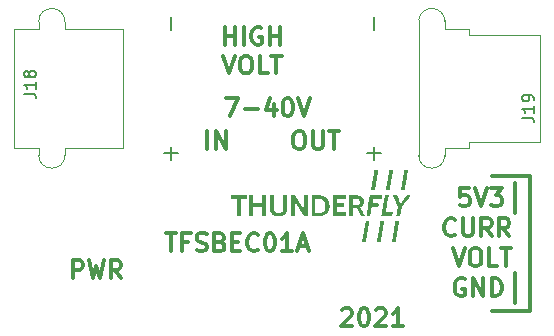
<source format=gbr>
%TF.GenerationSoftware,KiCad,Pcbnew,(5.99.0-10394-g2e15de97e0)*%
%TF.CreationDate,2021-04-26T17:42:33+02:00*%
%TF.ProjectId,TFSBEC01A,54465342-4543-4303-9141-2e6b69636164,rev?*%
%TF.SameCoordinates,Original*%
%TF.FileFunction,Legend,Top*%
%TF.FilePolarity,Positive*%
%FSLAX46Y46*%
G04 Gerber Fmt 4.6, Leading zero omitted, Abs format (unit mm)*
G04 Created by KiCad (PCBNEW (5.99.0-10394-g2e15de97e0)) date 2021-04-26 17:42:33*
%MOMM*%
%LPD*%
G01*
G04 APERTURE LIST*
%ADD10C,0.300000*%
%ADD11C,0.150000*%
%ADD12C,0.120000*%
G04 APERTURE END LIST*
D10*
X43815000Y3175000D02*
X40640000Y3175000D01*
X43815000Y14605000D02*
X43815000Y3810000D01*
X42545000Y3810000D02*
X42545000Y6350000D01*
X42545000Y13970000D02*
X42545000Y11430000D01*
X43815000Y3810000D02*
X43815000Y3175000D01*
X40640000Y14605000D02*
X43815000Y14605000D01*
X37278571Y8441428D02*
X37778571Y6941428D01*
X38278571Y8441428D01*
X39064285Y8441428D02*
X39350000Y8441428D01*
X39492857Y8370000D01*
X39635714Y8227142D01*
X39707142Y7941428D01*
X39707142Y7441428D01*
X39635714Y7155714D01*
X39492857Y7012857D01*
X39350000Y6941428D01*
X39064285Y6941428D01*
X38921428Y7012857D01*
X38778571Y7155714D01*
X38707142Y7441428D01*
X38707142Y7941428D01*
X38778571Y8227142D01*
X38921428Y8370000D01*
X39064285Y8441428D01*
X41064285Y6941428D02*
X40350000Y6941428D01*
X40350000Y8441428D01*
X41350000Y8441428D02*
X42207142Y8441428D01*
X41778571Y6941428D02*
X41778571Y8441428D01*
X38643571Y13521428D02*
X37929285Y13521428D01*
X37857857Y12807142D01*
X37929285Y12878571D01*
X38072142Y12950000D01*
X38429285Y12950000D01*
X38572142Y12878571D01*
X38643571Y12807142D01*
X38715000Y12664285D01*
X38715000Y12307142D01*
X38643571Y12164285D01*
X38572142Y12092857D01*
X38429285Y12021428D01*
X38072142Y12021428D01*
X37929285Y12092857D01*
X37857857Y12164285D01*
X39143571Y13521428D02*
X39643571Y12021428D01*
X40143571Y13521428D01*
X40500714Y13521428D02*
X41429285Y13521428D01*
X40929285Y12950000D01*
X41143571Y12950000D01*
X41286428Y12878571D01*
X41357857Y12807142D01*
X41429285Y12664285D01*
X41429285Y12307142D01*
X41357857Y12164285D01*
X41286428Y12092857D01*
X41143571Y12021428D01*
X40715000Y12021428D01*
X40572142Y12092857D01*
X40500714Y12164285D01*
X13014285Y9711428D02*
X13871428Y9711428D01*
X13442857Y8211428D02*
X13442857Y9711428D01*
X14871428Y8997142D02*
X14371428Y8997142D01*
X14371428Y8211428D02*
X14371428Y9711428D01*
X15085714Y9711428D01*
X15585714Y8282857D02*
X15800000Y8211428D01*
X16157142Y8211428D01*
X16300000Y8282857D01*
X16371428Y8354285D01*
X16442857Y8497142D01*
X16442857Y8640000D01*
X16371428Y8782857D01*
X16300000Y8854285D01*
X16157142Y8925714D01*
X15871428Y8997142D01*
X15728571Y9068571D01*
X15657142Y9140000D01*
X15585714Y9282857D01*
X15585714Y9425714D01*
X15657142Y9568571D01*
X15728571Y9640000D01*
X15871428Y9711428D01*
X16228571Y9711428D01*
X16442857Y9640000D01*
X17585714Y8997142D02*
X17800000Y8925714D01*
X17871428Y8854285D01*
X17942857Y8711428D01*
X17942857Y8497142D01*
X17871428Y8354285D01*
X17800000Y8282857D01*
X17657142Y8211428D01*
X17085714Y8211428D01*
X17085714Y9711428D01*
X17585714Y9711428D01*
X17728571Y9640000D01*
X17800000Y9568571D01*
X17871428Y9425714D01*
X17871428Y9282857D01*
X17800000Y9140000D01*
X17728571Y9068571D01*
X17585714Y8997142D01*
X17085714Y8997142D01*
X18585714Y8997142D02*
X19085714Y8997142D01*
X19300000Y8211428D02*
X18585714Y8211428D01*
X18585714Y9711428D01*
X19300000Y9711428D01*
X20800000Y8354285D02*
X20728571Y8282857D01*
X20514285Y8211428D01*
X20371428Y8211428D01*
X20157142Y8282857D01*
X20014285Y8425714D01*
X19942857Y8568571D01*
X19871428Y8854285D01*
X19871428Y9068571D01*
X19942857Y9354285D01*
X20014285Y9497142D01*
X20157142Y9640000D01*
X20371428Y9711428D01*
X20514285Y9711428D01*
X20728571Y9640000D01*
X20800000Y9568571D01*
X21728571Y9711428D02*
X21871428Y9711428D01*
X22014285Y9640000D01*
X22085714Y9568571D01*
X22157142Y9425714D01*
X22228571Y9140000D01*
X22228571Y8782857D01*
X22157142Y8497142D01*
X22085714Y8354285D01*
X22014285Y8282857D01*
X21871428Y8211428D01*
X21728571Y8211428D01*
X21585714Y8282857D01*
X21514285Y8354285D01*
X21442857Y8497142D01*
X21371428Y8782857D01*
X21371428Y9140000D01*
X21442857Y9425714D01*
X21514285Y9568571D01*
X21585714Y9640000D01*
X21728571Y9711428D01*
X23657142Y8211428D02*
X22800000Y8211428D01*
X23228571Y8211428D02*
X23228571Y9711428D01*
X23085714Y9497142D01*
X22942857Y9354285D01*
X22800000Y9282857D01*
X24228571Y8640000D02*
X24942857Y8640000D01*
X24085714Y8211428D02*
X24585714Y9711428D01*
X25085714Y8211428D01*
X5112000Y5925428D02*
X5112000Y7425428D01*
X5683428Y7425428D01*
X5826285Y7354000D01*
X5897714Y7282571D01*
X5969142Y7139714D01*
X5969142Y6925428D01*
X5897714Y6782571D01*
X5826285Y6711142D01*
X5683428Y6639714D01*
X5112000Y6639714D01*
X6469142Y7425428D02*
X6826285Y5925428D01*
X7112000Y6996857D01*
X7397714Y5925428D01*
X7754857Y7425428D01*
X9183428Y5925428D02*
X8683428Y6639714D01*
X8326285Y5925428D02*
X8326285Y7425428D01*
X8897714Y7425428D01*
X9040571Y7354000D01*
X9112000Y7282571D01*
X9183428Y7139714D01*
X9183428Y6925428D01*
X9112000Y6782571D01*
X9040571Y6711142D01*
X8897714Y6639714D01*
X8326285Y6639714D01*
X37492857Y9624285D02*
X37421428Y9552857D01*
X37207142Y9481428D01*
X37064285Y9481428D01*
X36850000Y9552857D01*
X36707142Y9695714D01*
X36635714Y9838571D01*
X36564285Y10124285D01*
X36564285Y10338571D01*
X36635714Y10624285D01*
X36707142Y10767142D01*
X36850000Y10910000D01*
X37064285Y10981428D01*
X37207142Y10981428D01*
X37421428Y10910000D01*
X37492857Y10838571D01*
X38135714Y10981428D02*
X38135714Y9767142D01*
X38207142Y9624285D01*
X38278571Y9552857D01*
X38421428Y9481428D01*
X38707142Y9481428D01*
X38850000Y9552857D01*
X38921428Y9624285D01*
X38992857Y9767142D01*
X38992857Y10981428D01*
X40564285Y9481428D02*
X40064285Y10195714D01*
X39707142Y9481428D02*
X39707142Y10981428D01*
X40278571Y10981428D01*
X40421428Y10910000D01*
X40492857Y10838571D01*
X40564285Y10695714D01*
X40564285Y10481428D01*
X40492857Y10338571D01*
X40421428Y10267142D01*
X40278571Y10195714D01*
X39707142Y10195714D01*
X42064285Y9481428D02*
X41564285Y10195714D01*
X41207142Y9481428D02*
X41207142Y10981428D01*
X41778571Y10981428D01*
X41921428Y10910000D01*
X41992857Y10838571D01*
X42064285Y10695714D01*
X42064285Y10481428D01*
X41992857Y10338571D01*
X41921428Y10267142D01*
X41778571Y10195714D01*
X41207142Y10195714D01*
X27908571Y3218571D02*
X27980000Y3290000D01*
X28122857Y3361428D01*
X28480000Y3361428D01*
X28622857Y3290000D01*
X28694285Y3218571D01*
X28765714Y3075714D01*
X28765714Y2932857D01*
X28694285Y2718571D01*
X27837142Y1861428D01*
X28765714Y1861428D01*
X29694285Y3361428D02*
X29837142Y3361428D01*
X29980000Y3290000D01*
X30051428Y3218571D01*
X30122857Y3075714D01*
X30194285Y2790000D01*
X30194285Y2432857D01*
X30122857Y2147142D01*
X30051428Y2004285D01*
X29980000Y1932857D01*
X29837142Y1861428D01*
X29694285Y1861428D01*
X29551428Y1932857D01*
X29480000Y2004285D01*
X29408571Y2147142D01*
X29337142Y2432857D01*
X29337142Y2790000D01*
X29408571Y3075714D01*
X29480000Y3218571D01*
X29551428Y3290000D01*
X29694285Y3361428D01*
X30765714Y3218571D02*
X30837142Y3290000D01*
X30980000Y3361428D01*
X31337142Y3361428D01*
X31480000Y3290000D01*
X31551428Y3218571D01*
X31622857Y3075714D01*
X31622857Y2932857D01*
X31551428Y2718571D01*
X30694285Y1861428D01*
X31622857Y1861428D01*
X33051428Y1861428D02*
X32194285Y1861428D01*
X32622857Y1861428D02*
X32622857Y3361428D01*
X32480000Y3147142D01*
X32337142Y3004285D01*
X32194285Y2932857D01*
X18089999Y21141428D02*
X19089999Y21141428D01*
X18447142Y19641428D01*
X19661428Y20212857D02*
X20804285Y20212857D01*
X22161428Y20641428D02*
X22161428Y19641428D01*
X21804285Y21212857D02*
X21447142Y20141428D01*
X22375714Y20141428D01*
X23232857Y21141428D02*
X23375714Y21141428D01*
X23518571Y21070000D01*
X23589999Y20998571D01*
X23661428Y20855714D01*
X23732857Y20570000D01*
X23732857Y20212857D01*
X23661428Y19927142D01*
X23589999Y19784285D01*
X23518571Y19712857D01*
X23375714Y19641428D01*
X23232857Y19641428D01*
X23089999Y19712857D01*
X23018571Y19784285D01*
X22947142Y19927142D01*
X22875714Y20212857D01*
X22875714Y20570000D01*
X22947142Y20855714D01*
X23018571Y20998571D01*
X23089999Y21070000D01*
X23232857Y21141428D01*
X24161428Y21141428D02*
X24661428Y19641428D01*
X25161428Y21141428D01*
X16486285Y16847428D02*
X16486285Y18347428D01*
X17200571Y16847428D02*
X17200571Y18347428D01*
X18057714Y16847428D01*
X18057714Y18347428D01*
X17998571Y25674928D02*
X17998571Y27174928D01*
X17998571Y26460642D02*
X18855714Y26460642D01*
X18855714Y25674928D02*
X18855714Y27174928D01*
X19570000Y25674928D02*
X19570000Y27174928D01*
X21070000Y27103500D02*
X20927142Y27174928D01*
X20712857Y27174928D01*
X20498571Y27103500D01*
X20355714Y26960642D01*
X20284285Y26817785D01*
X20212857Y26532071D01*
X20212857Y26317785D01*
X20284285Y26032071D01*
X20355714Y25889214D01*
X20498571Y25746357D01*
X20712857Y25674928D01*
X20855714Y25674928D01*
X21070000Y25746357D01*
X21141428Y25817785D01*
X21141428Y26317785D01*
X20855714Y26317785D01*
X21784285Y25674928D02*
X21784285Y27174928D01*
X21784285Y26460642D02*
X22641428Y26460642D01*
X22641428Y25674928D02*
X22641428Y27174928D01*
X17855714Y24759928D02*
X18355714Y23259928D01*
X18855714Y24759928D01*
X19641428Y24759928D02*
X19927142Y24759928D01*
X20070000Y24688500D01*
X20212857Y24545642D01*
X20284285Y24259928D01*
X20284285Y23759928D01*
X20212857Y23474214D01*
X20070000Y23331357D01*
X19927142Y23259928D01*
X19641428Y23259928D01*
X19498571Y23331357D01*
X19355714Y23474214D01*
X19284285Y23759928D01*
X19284285Y24259928D01*
X19355714Y24545642D01*
X19498571Y24688500D01*
X19641428Y24759928D01*
X21641428Y23259928D02*
X20927142Y23259928D01*
X20927142Y24759928D01*
X21927142Y24759928D02*
X22784285Y24759928D01*
X22355714Y23259928D02*
X22355714Y24759928D01*
X38286428Y5830000D02*
X38143571Y5901428D01*
X37929285Y5901428D01*
X37715000Y5830000D01*
X37572142Y5687142D01*
X37500714Y5544285D01*
X37429285Y5258571D01*
X37429285Y5044285D01*
X37500714Y4758571D01*
X37572142Y4615714D01*
X37715000Y4472857D01*
X37929285Y4401428D01*
X38072142Y4401428D01*
X38286428Y4472857D01*
X38357857Y4544285D01*
X38357857Y5044285D01*
X38072142Y5044285D01*
X39000714Y4401428D02*
X39000714Y5901428D01*
X39857857Y4401428D01*
X39857857Y5901428D01*
X40572142Y4401428D02*
X40572142Y5901428D01*
X40929285Y5901428D01*
X41143571Y5830000D01*
X41286428Y5687142D01*
X41357857Y5544285D01*
X41429285Y5258571D01*
X41429285Y5044285D01*
X41357857Y4758571D01*
X41286428Y4615714D01*
X41143571Y4472857D01*
X40929285Y4401428D01*
X40572142Y4401428D01*
X24154000Y18347428D02*
X24439714Y18347428D01*
X24582571Y18276000D01*
X24725428Y18133142D01*
X24796857Y17847428D01*
X24796857Y17347428D01*
X24725428Y17061714D01*
X24582571Y16918857D01*
X24439714Y16847428D01*
X24154000Y16847428D01*
X24011142Y16918857D01*
X23868285Y17061714D01*
X23796857Y17347428D01*
X23796857Y17847428D01*
X23868285Y18133142D01*
X24011142Y18276000D01*
X24154000Y18347428D01*
X25439714Y18347428D02*
X25439714Y17133142D01*
X25511142Y16990285D01*
X25582571Y16918857D01*
X25725428Y16847428D01*
X26011142Y16847428D01*
X26154000Y16918857D01*
X26225428Y16990285D01*
X26296857Y17133142D01*
X26296857Y18347428D01*
X26796857Y18347428D02*
X27654000Y18347428D01*
X27225428Y16847428D02*
X27225428Y18347428D01*
D11*
%TO.C,J19*%
X43140380Y19510476D02*
X43854666Y19510476D01*
X43997523Y19462857D01*
X44092761Y19367619D01*
X44140380Y19224761D01*
X44140380Y19129523D01*
X44140380Y20510476D02*
X44140380Y19939047D01*
X44140380Y20224761D02*
X43140380Y20224761D01*
X43283238Y20129523D01*
X43378476Y20034285D01*
X43426095Y19939047D01*
X44140380Y20986666D02*
X44140380Y21177142D01*
X44092761Y21272380D01*
X44045142Y21320000D01*
X43902285Y21415238D01*
X43711809Y21462857D01*
X43330857Y21462857D01*
X43235619Y21415238D01*
X43188000Y21367619D01*
X43140380Y21272380D01*
X43140380Y21081904D01*
X43188000Y20986666D01*
X43235619Y20939047D01*
X43330857Y20891428D01*
X43568952Y20891428D01*
X43664190Y20939047D01*
X43711809Y20986666D01*
X43759428Y21081904D01*
X43759428Y21272380D01*
X43711809Y21367619D01*
X43664190Y21415238D01*
X43568952Y21462857D01*
X30607142Y26928571D02*
X30607142Y28071428D01*
X30607142Y15928571D02*
X30607142Y17071428D01*
X31178571Y16500000D02*
X30035714Y16500000D01*
%TO.C,J18*%
X976380Y21542476D02*
X1690666Y21542476D01*
X1833523Y21494857D01*
X1928761Y21399619D01*
X1976380Y21256761D01*
X1976380Y21161523D01*
X1976380Y22542476D02*
X1976380Y21971047D01*
X1976380Y22256761D02*
X976380Y22256761D01*
X1119238Y22161523D01*
X1214476Y22066285D01*
X1262095Y21971047D01*
X1404952Y23113904D02*
X1357333Y23018666D01*
X1309714Y22971047D01*
X1214476Y22923428D01*
X1166857Y22923428D01*
X1071619Y22971047D01*
X1024000Y23018666D01*
X976380Y23113904D01*
X976380Y23304380D01*
X1024000Y23399619D01*
X1071619Y23447238D01*
X1166857Y23494857D01*
X1214476Y23494857D01*
X1309714Y23447238D01*
X1357333Y23399619D01*
X1404952Y23304380D01*
X1404952Y23113904D01*
X1452571Y23018666D01*
X1500190Y22971047D01*
X1595428Y22923428D01*
X1785904Y22923428D01*
X1881142Y22971047D01*
X1928761Y23018666D01*
X1976380Y23113904D01*
X1976380Y23304380D01*
X1928761Y23399619D01*
X1881142Y23447238D01*
X1785904Y23494857D01*
X1595428Y23494857D01*
X1500190Y23447238D01*
X1452571Y23399619D01*
X1404952Y23304380D01*
X13442142Y26928571D02*
X13442142Y28071428D01*
X13442142Y15928571D02*
X13442142Y17071428D01*
X14013571Y16500000D02*
X12870714Y16500000D01*
%TO.C,G\u002A\u002A\u002A*%
G36*
X30901459Y12939139D02*
G01*
X30999031Y12938653D01*
X31087357Y12937881D01*
X31164268Y12936857D01*
X31227596Y12935616D01*
X31275172Y12934193D01*
X31304828Y12932622D01*
X31314428Y12931035D01*
X31312748Y12917606D01*
X31307996Y12886654D01*
X31300855Y12842470D01*
X31292009Y12789344D01*
X31289793Y12776238D01*
X31264945Y12629741D01*
X30905569Y12626826D01*
X30546194Y12623911D01*
X30515707Y12457898D01*
X30505020Y12398654D01*
X30495896Y12346098D01*
X30489060Y12304558D01*
X30485237Y12278366D01*
X30484686Y12272517D01*
X30485894Y12266539D01*
X30491572Y12261930D01*
X30504239Y12258513D01*
X30526414Y12256113D01*
X30560619Y12254553D01*
X30609373Y12253656D01*
X30675196Y12253247D01*
X30760608Y12253148D01*
X30761584Y12253148D01*
X30847074Y12253060D01*
X30912902Y12252677D01*
X30961543Y12251823D01*
X30995469Y12250323D01*
X31017154Y12247998D01*
X31029072Y12244675D01*
X31033696Y12240175D01*
X31033500Y12234324D01*
X31033347Y12233780D01*
X31029661Y12217126D01*
X31023314Y12184606D01*
X31015252Y12141470D01*
X31006417Y12092969D01*
X30997755Y12044353D01*
X30990209Y12000873D01*
X30984724Y11967780D01*
X30982244Y11950322D01*
X30982189Y11949311D01*
X30971613Y11947663D01*
X30941851Y11946185D01*
X30895852Y11944940D01*
X30836563Y11943992D01*
X30766935Y11943406D01*
X30702734Y11943240D01*
X30423278Y11943222D01*
X30380706Y11696987D01*
X30366660Y11615819D01*
X30352261Y11532754D01*
X30338495Y11453456D01*
X30326343Y11383586D01*
X30316788Y11328808D01*
X30315372Y11320708D01*
X30292609Y11190665D01*
X30132536Y11190665D01*
X30070157Y11190753D01*
X30026651Y11191365D01*
X29998754Y11193024D01*
X29983204Y11196253D01*
X29976739Y11201575D01*
X29976096Y11209512D01*
X29977113Y11215567D01*
X29979722Y11230201D01*
X29985849Y11264920D01*
X29995190Y11318005D01*
X30007444Y11387737D01*
X30022310Y11472397D01*
X30039486Y11570267D01*
X30058670Y11679628D01*
X30079561Y11798761D01*
X30101856Y11925948D01*
X30125255Y12059469D01*
X30130582Y12089871D01*
X30279400Y12939274D01*
X30796808Y12939305D01*
X30901459Y12939139D01*
G37*
G36*
X30127833Y10769516D02*
G01*
X30174835Y10767701D01*
X30203916Y10764451D01*
X30217170Y10759592D01*
X30218529Y10756797D01*
X30216655Y10744037D01*
X30211230Y10711164D01*
X30202543Y10659867D01*
X30190888Y10591831D01*
X30176556Y10508745D01*
X30159839Y10412293D01*
X30141029Y10304164D01*
X30120418Y10186045D01*
X30098298Y10059621D01*
X30074960Y9926580D01*
X30069117Y9893322D01*
X30045534Y9758995D01*
X30023096Y9630927D01*
X30002096Y9510799D01*
X29982824Y9400291D01*
X29965572Y9301084D01*
X29950632Y9214859D01*
X29938295Y9143295D01*
X29928854Y9088074D01*
X29922599Y9050875D01*
X29919822Y9033380D01*
X29919705Y9032287D01*
X29909043Y9027945D01*
X29878644Y9024584D01*
X29830892Y9022363D01*
X29768170Y9021443D01*
X29757843Y9021427D01*
X29595980Y9021427D01*
X29601726Y9051863D01*
X29604514Y9067407D01*
X29610814Y9103015D01*
X29620320Y9156948D01*
X29632725Y9227465D01*
X29647726Y9312827D01*
X29665015Y9411294D01*
X29684288Y9521128D01*
X29705239Y9640587D01*
X29727562Y9767933D01*
X29750953Y9901426D01*
X29755288Y9926174D01*
X29903104Y10770050D01*
X30060817Y10770074D01*
X30127833Y10769516D01*
G37*
G36*
X33402847Y15119340D02*
G01*
X33450530Y15118511D01*
X33485481Y15117269D01*
X33503795Y15115725D01*
X33505588Y15115036D01*
X33503720Y15103257D01*
X33498351Y15071695D01*
X33489836Y15022361D01*
X33478529Y14957268D01*
X33464784Y14878430D01*
X33448955Y14787858D01*
X33431396Y14687566D01*
X33412461Y14579567D01*
X33392504Y14465873D01*
X33371880Y14348497D01*
X33350943Y14229451D01*
X33330045Y14110749D01*
X33309543Y13994404D01*
X33289790Y13882427D01*
X33271139Y13776832D01*
X33253945Y13679632D01*
X33238562Y13592839D01*
X33225345Y13518466D01*
X33214647Y13458526D01*
X33206822Y13415032D01*
X33202225Y13389995D01*
X33201196Y13384804D01*
X33198085Y13375070D01*
X33191833Y13368274D01*
X33178942Y13363887D01*
X33155917Y13361384D01*
X33119262Y13360236D01*
X33065480Y13359916D01*
X33036043Y13359902D01*
X32973668Y13360103D01*
X32930214Y13360974D01*
X32902466Y13362917D01*
X32887212Y13366334D01*
X32881238Y13371628D01*
X32881331Y13379202D01*
X32881347Y13379270D01*
X32883942Y13393056D01*
X32890037Y13426915D01*
X32899328Y13479117D01*
X32911509Y13547930D01*
X32926275Y13631622D01*
X32943322Y13728463D01*
X32962343Y13836721D01*
X32983035Y13954664D01*
X33005091Y14080560D01*
X33028208Y14212679D01*
X33030042Y14223170D01*
X33053303Y14356207D01*
X33075571Y14483533D01*
X33096532Y14603373D01*
X33115878Y14713948D01*
X33133295Y14813481D01*
X33148474Y14900195D01*
X33161103Y14972313D01*
X33170872Y15028056D01*
X33177468Y15065648D01*
X33180582Y15083311D01*
X33180646Y15083671D01*
X33187093Y15119641D01*
X33346340Y15119641D01*
X33402847Y15119340D01*
G37*
G36*
X33604715Y12938666D02*
G01*
X33652714Y12937308D01*
X33682752Y12934734D01*
X33696905Y12930782D01*
X33698116Y12926401D01*
X33689986Y12915412D01*
X33669568Y12888597D01*
X33638143Y12847618D01*
X33596992Y12794138D01*
X33547396Y12729819D01*
X33490636Y12656322D01*
X33427994Y12575312D01*
X33360751Y12488449D01*
X33328507Y12446830D01*
X33259641Y12357926D01*
X33194835Y12274190D01*
X33135364Y12197273D01*
X33082499Y12128826D01*
X33037515Y12070497D01*
X33001684Y12023938D01*
X32976280Y11990799D01*
X32962575Y11972729D01*
X32960542Y11969918D01*
X32957617Y11957776D01*
X32951377Y11926877D01*
X32942376Y11880255D01*
X32931166Y11820947D01*
X32918303Y11751988D01*
X32904340Y11676416D01*
X32889832Y11597265D01*
X32875331Y11517573D01*
X32861392Y11440374D01*
X32848570Y11368705D01*
X32837417Y11305602D01*
X32828489Y11254101D01*
X32822338Y11217238D01*
X32819520Y11198049D01*
X32819400Y11196390D01*
X32808981Y11194367D01*
X32780316Y11192658D01*
X32737294Y11191401D01*
X32683803Y11190735D01*
X32658710Y11190665D01*
X32498020Y11190665D01*
X32503809Y11215567D01*
X32507885Y11235884D01*
X32514896Y11273845D01*
X32524301Y11326295D01*
X32535558Y11390077D01*
X32548124Y11462035D01*
X32561458Y11539014D01*
X32575019Y11617858D01*
X32588264Y11695411D01*
X32600651Y11768516D01*
X32611639Y11834018D01*
X32620685Y11888760D01*
X32627249Y11929588D01*
X32630787Y11953344D01*
X32631252Y11957828D01*
X32627071Y11971177D01*
X32615100Y12002780D01*
X32596204Y12050515D01*
X32571243Y12112263D01*
X32541082Y12185901D01*
X32506581Y12269310D01*
X32468603Y12360368D01*
X32436201Y12437525D01*
X32395896Y12533355D01*
X32358161Y12623344D01*
X32323887Y12705349D01*
X32293962Y12777231D01*
X32269277Y12836846D01*
X32250722Y12882055D01*
X32239187Y12910715D01*
X32235618Y12920263D01*
X32234919Y12927745D01*
X32239819Y12932943D01*
X32253438Y12936173D01*
X32278899Y12937755D01*
X32319324Y12938003D01*
X32377834Y12937237D01*
X32398967Y12936865D01*
X32567848Y12933802D01*
X32706106Y12593475D01*
X32739342Y12512196D01*
X32770150Y12437870D01*
X32797509Y12372887D01*
X32820394Y12319636D01*
X32837784Y12280505D01*
X32848655Y12257883D01*
X32851817Y12253148D01*
X32859841Y12261740D01*
X32879521Y12286233D01*
X32909389Y12324702D01*
X32947977Y12375224D01*
X32993817Y12435875D01*
X33045442Y12504729D01*
X33101383Y12579863D01*
X33113257Y12595875D01*
X33367244Y12938601D01*
X33536677Y12938968D01*
X33604715Y12938666D01*
G37*
G36*
X20357352Y12253148D02*
G01*
X21165283Y12253148D01*
X21165283Y12939336D01*
X21486241Y12939336D01*
X21486241Y11190665D01*
X21165283Y11190665D01*
X21165283Y11943257D01*
X20357352Y11943257D01*
X20357352Y11190665D01*
X20036394Y11190665D01*
X20036394Y12939336D01*
X20357352Y12939336D01*
X20357352Y12253148D01*
G37*
G36*
X22141695Y12361057D02*
G01*
X22142548Y12232914D01*
X22143371Y12124906D01*
X22144251Y12035034D01*
X22145276Y11961297D01*
X22146532Y11901696D01*
X22148105Y11854231D01*
X22150082Y11816903D01*
X22152550Y11787712D01*
X22155595Y11764658D01*
X22159305Y11745741D01*
X22163765Y11728961D01*
X22169062Y11712320D01*
X22169916Y11709767D01*
X22207862Y11625875D01*
X22259606Y11559287D01*
X22325129Y11510013D01*
X22404410Y11478065D01*
X22497431Y11463452D01*
X22604171Y11466186D01*
X22611791Y11466987D01*
X22699627Y11484950D01*
X22772992Y11518395D01*
X22832527Y11568034D01*
X22878874Y11634578D01*
X22912673Y11718739D01*
X22934566Y11821228D01*
X22935243Y11826004D01*
X22938066Y11858035D01*
X22940583Y11910162D01*
X22942752Y11980348D01*
X22944533Y12066555D01*
X22945887Y12166745D01*
X22946771Y12278882D01*
X22947146Y12400928D01*
X22947156Y12425496D01*
X22947156Y12939336D01*
X23268115Y12939336D01*
X23268115Y12397827D01*
X23267969Y12258910D01*
X23267440Y12140000D01*
X23266389Y12038968D01*
X23264681Y11953686D01*
X23262178Y11882029D01*
X23258742Y11821867D01*
X23254237Y11771073D01*
X23248525Y11727520D01*
X23241468Y11689080D01*
X23232931Y11653625D01*
X23222775Y11619029D01*
X23216675Y11600270D01*
X23168806Y11486816D01*
X23106370Y11389998D01*
X23029149Y11309595D01*
X22936926Y11245391D01*
X22829484Y11197168D01*
X22808812Y11190264D01*
X22748218Y11176142D01*
X22672429Y11166227D01*
X22588016Y11160682D01*
X22501548Y11159672D01*
X22419594Y11163358D01*
X22348722Y11171906D01*
X22319408Y11178076D01*
X22204430Y11217154D01*
X22104255Y11272403D01*
X22018552Y11344155D01*
X21946990Y11432738D01*
X21889235Y11538482D01*
X21849987Y11644615D01*
X21844539Y11663105D01*
X21839926Y11681043D01*
X21836064Y11700399D01*
X21832870Y11723145D01*
X21830261Y11751251D01*
X21828155Y11786688D01*
X21826468Y11831428D01*
X21825116Y11887441D01*
X21824018Y11956699D01*
X21823090Y12041171D01*
X21822248Y12142829D01*
X21821410Y12263645D01*
X21820957Y12333388D01*
X21817056Y12939336D01*
X22137965Y12939336D01*
X22141695Y12361057D01*
G37*
G36*
X32690090Y10768557D02*
G01*
X32717911Y10767069D01*
X32733602Y10763825D01*
X32740494Y10758483D01*
X32741928Y10751483D01*
X32740049Y10737768D01*
X32734609Y10703959D01*
X32725901Y10651760D01*
X32714218Y10582874D01*
X32699852Y10499004D01*
X32683097Y10401852D01*
X32664245Y10293124D01*
X32643591Y10174520D01*
X32621426Y10047746D01*
X32598044Y9914504D01*
X32592516Y9883069D01*
X32568933Y9748959D01*
X32546496Y9621210D01*
X32525496Y9501492D01*
X32506224Y9391475D01*
X32488973Y9292827D01*
X32474033Y9207218D01*
X32461696Y9136318D01*
X32452254Y9081796D01*
X32445998Y9045321D01*
X32443221Y9028564D01*
X32443104Y9027653D01*
X32432686Y9025452D01*
X32404024Y9023592D01*
X32361009Y9022226D01*
X32307534Y9021503D01*
X32282625Y9021427D01*
X32225941Y9021966D01*
X32178121Y9023447D01*
X32143037Y9025671D01*
X32124562Y9028435D01*
X32122688Y9029728D01*
X32124650Y9041676D01*
X32130168Y9073762D01*
X32138952Y9124324D01*
X32150709Y9191703D01*
X32165151Y9274238D01*
X32181984Y9370267D01*
X32200920Y9478130D01*
X32221666Y9596167D01*
X32243931Y9722717D01*
X32267425Y9856119D01*
X32275387Y9901297D01*
X32427543Y10764565D01*
X32584735Y10767635D01*
X32646809Y10768632D01*
X32690090Y10768557D01*
G37*
G36*
X30976814Y15094739D02*
G01*
X30974015Y15080047D01*
X30967722Y15045295D01*
X30958244Y14992231D01*
X30945889Y14922601D01*
X30930965Y14838153D01*
X30913780Y14740632D01*
X30894642Y14631786D01*
X30873860Y14513362D01*
X30851742Y14387106D01*
X30828596Y14254765D01*
X30826943Y14245305D01*
X30803715Y14112436D01*
X30781486Y13985402D01*
X30760566Y13865967D01*
X30741264Y13755893D01*
X30723890Y13656941D01*
X30708753Y13570874D01*
X30696163Y13499453D01*
X30686431Y13444442D01*
X30679865Y13407601D01*
X30676775Y13390693D01*
X30676704Y13390338D01*
X30670539Y13359902D01*
X30348940Y13359902D01*
X30354940Y13384804D01*
X30357789Y13399562D01*
X30364124Y13434346D01*
X30373632Y13487378D01*
X30385998Y13556878D01*
X30400907Y13641067D01*
X30418044Y13738165D01*
X30437096Y13846394D01*
X30457747Y13963974D01*
X30479683Y14089125D01*
X30500230Y14206569D01*
X30523233Y14338055D01*
X30545368Y14464354D01*
X30566303Y14583588D01*
X30585706Y14693882D01*
X30603246Y14793356D01*
X30618593Y14880134D01*
X30631413Y14952338D01*
X30641376Y15008091D01*
X30648151Y15045516D01*
X30651159Y15061536D01*
X30662800Y15119641D01*
X30982611Y15119641D01*
X30976814Y15094739D01*
G37*
G36*
X31476626Y10745196D02*
G01*
X31473795Y10730517D01*
X31467467Y10695773D01*
X31457952Y10642703D01*
X31445555Y10573050D01*
X31430586Y10488552D01*
X31413351Y10390951D01*
X31394158Y10281988D01*
X31373316Y10163401D01*
X31351132Y10036933D01*
X31327914Y9904324D01*
X31325448Y9890229D01*
X31302160Y9757246D01*
X31279880Y9630349D01*
X31258913Y9511262D01*
X31239567Y9401711D01*
X31222149Y9303421D01*
X31206963Y9218118D01*
X31194318Y9147527D01*
X31184519Y9093374D01*
X31177873Y9057384D01*
X31174687Y9041283D01*
X31174560Y9040795D01*
X31170220Y9033139D01*
X31160194Y9027794D01*
X31141051Y9024354D01*
X31109362Y9022417D01*
X31061696Y9021579D01*
X31010148Y9021427D01*
X30947895Y9021629D01*
X30904557Y9022504D01*
X30876916Y9024457D01*
X30861754Y9027891D01*
X30855853Y9033212D01*
X30855987Y9040795D01*
X30858580Y9054581D01*
X30864672Y9088441D01*
X30873956Y9140644D01*
X30886129Y9209458D01*
X30900886Y9293152D01*
X30917921Y9389995D01*
X30936929Y9498254D01*
X30957606Y9616199D01*
X30979648Y9742098D01*
X31002748Y9874219D01*
X31004578Y9884695D01*
X31027804Y10017565D01*
X31050031Y10144599D01*
X31070950Y10264034D01*
X31090253Y10374109D01*
X31107628Y10473061D01*
X31122766Y10559128D01*
X31135358Y10630548D01*
X31145095Y10685560D01*
X31151665Y10722400D01*
X31154760Y10739307D01*
X31154831Y10739663D01*
X31161028Y10770098D01*
X31482628Y10770098D01*
X31476626Y10745196D01*
G37*
G36*
X28894188Y12939336D02*
G01*
X28998021Y12939238D01*
X29082461Y12938856D01*
X29150250Y12938061D01*
X29204128Y12936721D01*
X29246839Y12934705D01*
X29281123Y12931883D01*
X29309722Y12928124D01*
X29335378Y12923296D01*
X29360832Y12917270D01*
X29361791Y12917026D01*
X29470303Y12880603D01*
X29561004Y12831064D01*
X29634061Y12768196D01*
X29689638Y12691787D01*
X29727900Y12601622D01*
X29749013Y12497489D01*
X29753692Y12410810D01*
X29745664Y12299385D01*
X29721090Y12201932D01*
X29679235Y12116931D01*
X29619363Y12042865D01*
X29546197Y11981994D01*
X29510631Y11956265D01*
X29483216Y11934870D01*
X29468169Y11921166D01*
X29466555Y11918551D01*
X29471444Y11907451D01*
X29485456Y11879506D01*
X29507195Y11837350D01*
X29535263Y11783612D01*
X29568265Y11720926D01*
X29604803Y11651923D01*
X29643481Y11579234D01*
X29682903Y11505491D01*
X29721673Y11433327D01*
X29758393Y11365372D01*
X29791667Y11304258D01*
X29816098Y11259837D01*
X29854384Y11190665D01*
X29673994Y11190898D01*
X29493605Y11191132D01*
X29325803Y11514624D01*
X29158002Y11838116D01*
X28996544Y11841178D01*
X28835087Y11844241D01*
X28835087Y11190665D01*
X28514128Y11190665D01*
X28514128Y12675905D01*
X28835087Y12675905D01*
X28835087Y12107039D01*
X29020468Y12110921D01*
X29089005Y12112503D01*
X29139704Y12114366D01*
X29176856Y12117143D01*
X29204755Y12121469D01*
X29227695Y12127977D01*
X29249968Y12137299D01*
X29271774Y12148007D01*
X29335265Y12188584D01*
X29379591Y12237745D01*
X29406909Y12298129D01*
X29412372Y12320067D01*
X29420826Y12402933D01*
X29411012Y12478511D01*
X29383924Y12544407D01*
X29340554Y12598227D01*
X29281897Y12637578D01*
X29280351Y12638305D01*
X29255815Y12649166D01*
X29233029Y12657106D01*
X29207780Y12662682D01*
X29175851Y12666450D01*
X29133029Y12668968D01*
X29075097Y12670792D01*
X29026002Y12671897D01*
X28835087Y12675905D01*
X28514128Y12675905D01*
X28514128Y12939336D01*
X28894188Y12939336D01*
G37*
G36*
X28237440Y12629445D02*
G01*
X27440577Y12629445D01*
X27440577Y12253148D01*
X28049291Y12253148D01*
X28049291Y11943257D01*
X27440577Y11943257D01*
X27440577Y11500556D01*
X28259575Y11500556D01*
X28259575Y11190665D01*
X27108551Y11190665D01*
X27108551Y12939336D01*
X28237440Y12939336D01*
X28237440Y12629445D01*
G37*
G36*
X24290645Y12377658D02*
G01*
X24662552Y11815981D01*
X24662588Y12377658D01*
X24662625Y12939336D01*
X24983583Y12939336D01*
X24983583Y11190665D01*
X24721552Y11190665D01*
X23921124Y12391493D01*
X23921100Y11190665D01*
X23600141Y11190665D01*
X23600141Y12939336D01*
X23918738Y12939336D01*
X24290645Y12377658D01*
G37*
G36*
X31679230Y12937207D02*
G01*
X31697782Y12936882D01*
X31851993Y12933802D01*
X31733554Y12258682D01*
X31712414Y12138128D01*
X31692267Y12023137D01*
X31673465Y11915718D01*
X31656357Y11817880D01*
X31641295Y11731633D01*
X31628630Y11658986D01*
X31618712Y11601949D01*
X31611893Y11562532D01*
X31608524Y11542743D01*
X31608413Y11542059D01*
X31601710Y11500556D01*
X31900664Y11500556D01*
X31990244Y11500448D01*
X32060095Y11500028D01*
X32112623Y11499151D01*
X32150234Y11497671D01*
X32175333Y11495443D01*
X32190325Y11492321D01*
X32197617Y11488160D01*
X32199614Y11482815D01*
X32199618Y11482492D01*
X32197767Y11465070D01*
X32192719Y11430737D01*
X32185231Y11384358D01*
X32176063Y11330803D01*
X32175490Y11327547D01*
X32151361Y11190665D01*
X31688518Y11190665D01*
X31589736Y11190729D01*
X31498178Y11190911D01*
X31416132Y11191198D01*
X31345887Y11191577D01*
X31289733Y11192033D01*
X31249958Y11192553D01*
X31228852Y11193123D01*
X31226014Y11193432D01*
X31228904Y11212135D01*
X31235248Y11249899D01*
X31244691Y11304724D01*
X31256873Y11374613D01*
X31271438Y11457568D01*
X31288028Y11551590D01*
X31306286Y11654682D01*
X31325854Y11764846D01*
X31346374Y11880084D01*
X31367490Y11998397D01*
X31388842Y12117787D01*
X31410075Y12236258D01*
X31430831Y12351809D01*
X31450751Y12462445D01*
X31469479Y12566165D01*
X31486657Y12660974D01*
X31501927Y12744871D01*
X31514933Y12815860D01*
X31525315Y12871942D01*
X31532718Y12911120D01*
X31536783Y12931395D01*
X31537427Y12933818D01*
X31550140Y12935831D01*
X31580799Y12937119D01*
X31625223Y12937605D01*
X31679230Y12937207D01*
G37*
G36*
X25761078Y12936411D02*
G01*
X25876501Y12935109D01*
X25972477Y12933660D01*
X26051695Y12931685D01*
X26116841Y12928807D01*
X26170603Y12924646D01*
X26215669Y12918823D01*
X26254725Y12910960D01*
X26290461Y12900679D01*
X26325562Y12887600D01*
X26362717Y12871345D01*
X26404613Y12851536D01*
X26421616Y12843344D01*
X26475419Y12815730D01*
X26518967Y12788515D01*
X26559796Y12756251D01*
X26605443Y12713488D01*
X26616836Y12702174D01*
X26662651Y12654438D01*
X26696773Y12613161D01*
X26724657Y12570803D01*
X26751756Y12519823D01*
X26758031Y12506955D01*
X26788538Y12441234D01*
X26811351Y12384416D01*
X26827552Y12331183D01*
X26838222Y12276218D01*
X26844441Y12214203D01*
X26847291Y12139821D01*
X26847872Y12065000D01*
X26846982Y11975963D01*
X26843589Y11903750D01*
X26836613Y11843094D01*
X26824972Y11788729D01*
X26807584Y11735390D01*
X26783369Y11677811D01*
X26756952Y11622299D01*
X26691783Y11514243D01*
X26609605Y11419348D01*
X26512334Y11339295D01*
X26401888Y11275765D01*
X26327179Y11245254D01*
X26285252Y11231315D01*
X26245118Y11219936D01*
X26203960Y11210864D01*
X26158956Y11203847D01*
X26107287Y11198630D01*
X26046134Y11194962D01*
X25972676Y11192590D01*
X25884094Y11191259D01*
X25777568Y11190718D01*
X25718601Y11190665D01*
X25337745Y11190665D01*
X25337745Y12653101D01*
X25658703Y12653101D01*
X25658703Y11476580D01*
X26151209Y11483954D01*
X26225369Y11519087D01*
X26310366Y11570550D01*
X26379763Y11637130D01*
X26433678Y11719055D01*
X26472227Y11816553D01*
X26495525Y11929851D01*
X26503688Y12059177D01*
X26503702Y12065000D01*
X26496175Y12195009D01*
X26473520Y12308980D01*
X26435618Y12407141D01*
X26382355Y12489720D01*
X26313614Y12556944D01*
X26229279Y12609041D01*
X26225369Y12610913D01*
X26151209Y12646046D01*
X25904956Y12649574D01*
X25658703Y12653101D01*
X25337745Y12653101D01*
X25337745Y12940962D01*
X25761078Y12936411D01*
G37*
G36*
X19859313Y12629445D02*
G01*
X19361274Y12629445D01*
X19361274Y11190665D01*
X19040315Y11190665D01*
X19040315Y12629445D01*
X18542276Y12629445D01*
X18542276Y12939336D01*
X19859313Y12939336D01*
X19859313Y12629445D01*
G37*
G36*
X32230765Y15089205D02*
G01*
X32228165Y15073677D01*
X32222041Y15038080D01*
X32212697Y14984148D01*
X32200434Y14913613D01*
X32185554Y14828209D01*
X32168361Y14729670D01*
X32149155Y14619728D01*
X32128240Y14500117D01*
X32105918Y14372569D01*
X32082490Y14238819D01*
X32077330Y14209375D01*
X31928464Y13359982D01*
X31770751Y13359942D01*
X31706062Y13360362D01*
X31660721Y13361833D01*
X31631957Y13364610D01*
X31616995Y13368950D01*
X31613039Y13374553D01*
X31614915Y13387820D01*
X31620307Y13420845D01*
X31628857Y13471599D01*
X31640209Y13538050D01*
X31654007Y13618168D01*
X31669893Y13709924D01*
X31687511Y13811288D01*
X31706504Y13920228D01*
X31726517Y14034714D01*
X31747191Y14152718D01*
X31768171Y14272208D01*
X31789099Y14391153D01*
X31809620Y14507525D01*
X31829376Y14619293D01*
X31848011Y14724426D01*
X31865169Y14820894D01*
X31880492Y14906667D01*
X31893624Y14979715D01*
X31904209Y15038008D01*
X31911889Y15079516D01*
X31916308Y15102208D01*
X31917161Y15105806D01*
X31926023Y15111730D01*
X31949093Y15115862D01*
X31988671Y15118397D01*
X32047057Y15119533D01*
X32078784Y15119641D01*
X32235333Y15119641D01*
X32230765Y15089205D01*
G37*
D12*
%TO.C,J19*%
X36610000Y27760000D02*
X36610000Y27060000D01*
X44660000Y26530000D02*
X38660000Y26530000D01*
X44660000Y17470000D02*
X38660000Y17470000D01*
X38660000Y27060000D02*
X38660000Y26530000D01*
X34390000Y27760000D02*
X34390000Y16240000D01*
X38660000Y16940000D02*
X36610000Y16940000D01*
X38660000Y27060000D02*
X36610000Y27060000D01*
X36610000Y16940000D02*
X36610000Y16240000D01*
X38660000Y17470000D02*
X38660000Y16940000D01*
X44660000Y26530000D02*
X44660000Y17500000D01*
X34403365Y27821729D02*
G75*
G02*
X36610000Y27650000I1096635J-171729D01*
G01*
X36610000Y16350000D02*
G75*
G02*
X34390000Y16350000I-1110000J0D01*
G01*
%TO.C,J18*%
X125000Y16940000D02*
X125000Y27060000D01*
X2225000Y27060000D02*
X2225000Y27650000D01*
X4445000Y16940000D02*
X9345000Y16940000D01*
X4445000Y27060000D02*
X9345000Y27060000D01*
X125000Y27060000D02*
X2225000Y27060000D01*
X4445000Y16350000D02*
X4445000Y16940000D01*
X2225000Y16350000D02*
X2225000Y16940000D01*
X125000Y16940000D02*
X2225000Y16940000D01*
X9345000Y16940000D02*
X9345000Y27060000D01*
X4445000Y27060000D02*
X4445000Y27650000D01*
X2225000Y27650000D02*
G75*
G02*
X4445000Y27650000I1110000J0D01*
G01*
X4445000Y16350000D02*
G75*
G02*
X2225000Y16350000I-1110000J0D01*
G01*
%TD*%
M02*

</source>
